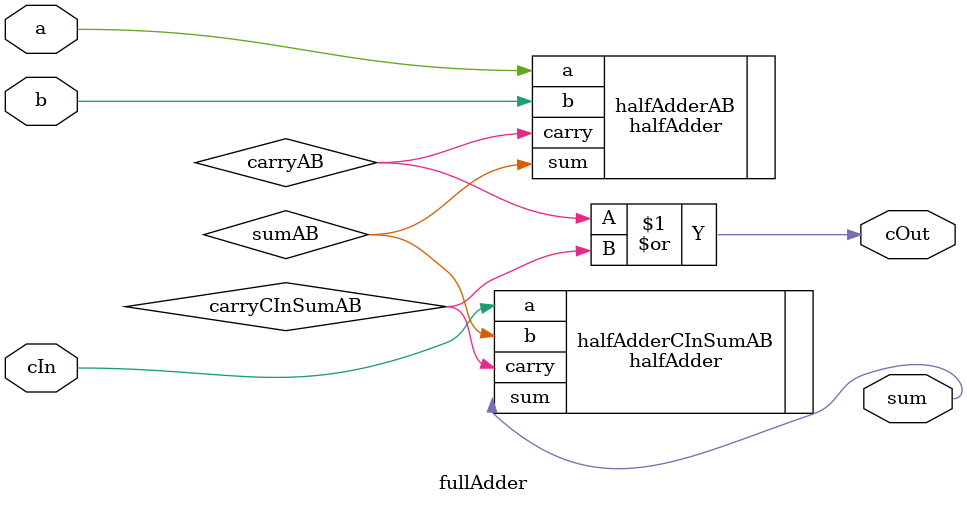
<source format=v>
`ifndef __FULLADDER__
`define __FULLADDER__

module fullAdder
(
  input   a,
  input   b,
  input   cIn,

  output  sum,
  output  cOut
);
  
  wire sumAB, carryAB, sumCInSumAB, carryCInSumAB;

  halfAdder halfAdderAB(.a(a), .b(b), .sum(sumAB), .carry(carryAB));
  halfAdder halfAdderCInSumAB(.a(cIn), .b(sumAB), .sum(sum), .carry(carryCInSumAB));

  or(cOut, carryAB, carryCInSumAB);

endmodule

`endif

</source>
